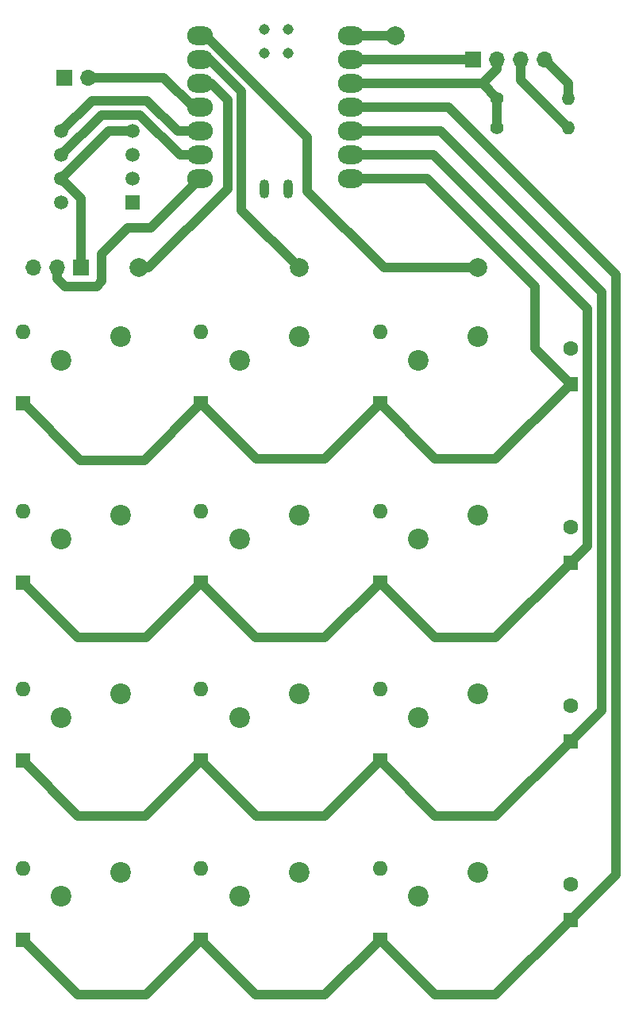
<source format=gbr>
%TF.GenerationSoftware,KiCad,Pcbnew,(6.0.5)*%
%TF.CreationDate,2022-08-13T18:51:57-04:00*%
%TF.ProjectId,Keypad_2Sides,4b657970-6164-45f3-9253-696465732e6b,rev?*%
%TF.SameCoordinates,Original*%
%TF.FileFunction,Copper,L1,Top*%
%TF.FilePolarity,Positive*%
%FSLAX46Y46*%
G04 Gerber Fmt 4.6, Leading zero omitted, Abs format (unit mm)*
G04 Created by KiCad (PCBNEW (6.0.5)) date 2022-08-13 18:51:57*
%MOMM*%
%LPD*%
G01*
G04 APERTURE LIST*
%TA.AperFunction,ComponentPad*%
%ADD10C,2.200000*%
%TD*%
%TA.AperFunction,SMDPad,CuDef*%
%ADD11O,2.748280X1.998980*%
%TD*%
%TA.AperFunction,SMDPad,CuDef*%
%ADD12O,1.016000X2.032000*%
%TD*%
%TA.AperFunction,SMDPad,CuDef*%
%ADD13C,1.143000*%
%TD*%
%TA.AperFunction,ComponentPad*%
%ADD14R,1.600000X1.600000*%
%TD*%
%TA.AperFunction,ComponentPad*%
%ADD15C,1.600000*%
%TD*%
%TA.AperFunction,ComponentPad*%
%ADD16O,1.600000X1.600000*%
%TD*%
%TA.AperFunction,ComponentPad*%
%ADD17C,1.400000*%
%TD*%
%TA.AperFunction,ComponentPad*%
%ADD18O,1.400000X1.400000*%
%TD*%
%TA.AperFunction,ComponentPad*%
%ADD19R,1.700000X1.700000*%
%TD*%
%TA.AperFunction,ComponentPad*%
%ADD20O,1.700000X1.700000*%
%TD*%
%TA.AperFunction,ComponentPad*%
%ADD21R,1.498600X1.498600*%
%TD*%
%TA.AperFunction,ComponentPad*%
%ADD22C,1.498600*%
%TD*%
%TA.AperFunction,ViaPad*%
%ADD23C,2.000000*%
%TD*%
%TA.AperFunction,Conductor*%
%ADD24C,1.000000*%
%TD*%
G04 APERTURE END LIST*
D10*
%TO.P,Col0_Row3,1,1*%
%TO.N,Net-(Col0_Row3-Pad1)*%
X26990000Y-125070000D03*
%TO.P,Col0_Row3,2,2*%
%TO.N,Col_0*%
X20640000Y-127610000D03*
%TD*%
%TO.P,Col2_Row1,1,1*%
%TO.N,Net-(Col2_Row1-Pad1)*%
X65090000Y-86970000D03*
%TO.P,Col2_Row1,2,2*%
%TO.N,Col_2*%
X58740000Y-89510000D03*
%TD*%
D11*
%TO.P,MCU1,1,PA02_A0_D0*%
%TO.N,Col_2*%
X35434230Y-35882180D03*
%TO.P,MCU1,2,PA4_A1_D1*%
%TO.N,Col_1*%
X35434230Y-38422180D03*
%TO.P,MCU1,3,PA10_A2_D2*%
%TO.N,Col_0*%
X35434230Y-40962180D03*
%TO.P,MCU1,4,PA11_A3_D3*%
%TO.N,Net-(MCU1-Pad4)*%
X35434230Y-43502180D03*
%TO.P,MCU1,5,PA8_A4_D4_SDA*%
%TO.N,SDA*%
X35434230Y-46042180D03*
%TO.P,MCU1,6,PA9_A5_D5_SCL*%
%TO.N,SCL*%
X35434230Y-48582180D03*
%TO.P,MCU1,7,PB08_A6_D6_TX*%
%TO.N,Net-(LED_Header1-Pad2)*%
X35434230Y-51122180D03*
%TO.P,MCU1,8,PB09_A7_D7_RX*%
%TO.N,Row_0*%
X51598790Y-51122180D03*
%TO.P,MCU1,9,PA7_A8_D8_SCK*%
%TO.N,Row_1*%
X51598790Y-48582180D03*
%TO.P,MCU1,10,PA5_A9_D9_MISO*%
%TO.N,Row_2*%
X51598790Y-46042180D03*
%TO.P,MCU1,11,PA6_A10_D10_MOSI*%
%TO.N,Row_3*%
X51598790Y-43502180D03*
%TO.P,MCU1,12,3V3*%
%TO.N,VCC*%
X51598790Y-40962180D03*
%TO.P,MCU1,13,GND*%
%TO.N,GND*%
X51598790Y-38422180D03*
%TO.P,MCU1,14,5V*%
%TO.N,Net-(LED_Header1-Pad3)*%
X51598790Y-35882180D03*
D12*
%TO.P,MCU1,15,5V*%
%TO.N,unconnected-(MCU1-Pad15)*%
X42301110Y-52200000D03*
%TO.P,MCU1,16,GND*%
%TO.N,unconnected-(MCU1-Pad16)*%
X44851110Y-52200000D03*
D13*
%TO.P,MCU1,17,PA31_SWDIO*%
%TO.N,unconnected-(MCU1-Pad17)*%
X42299913Y-35195813D03*
%TO.P,MCU1,18,PA30_SWCLK*%
%TO.N,unconnected-(MCU1-Pad18)*%
X44839913Y-35195813D03*
%TO.P,MCU1,19,RESET*%
%TO.N,unconnected-(MCU1-Pad19)*%
X42299913Y-37735813D03*
%TO.P,MCU1,20,GND*%
%TO.N,unconnected-(MCU1-Pad20)*%
X44839913Y-37735813D03*
%TD*%
D14*
%TO.P,C3,1*%
%TO.N,Row_2*%
X75005302Y-111100000D03*
D15*
%TO.P,C3,2*%
%TO.N,GND*%
X75005302Y-107300000D03*
%TD*%
D14*
%TO.P,D9,1,K*%
%TO.N,Row_0*%
X54650000Y-75080000D03*
D16*
%TO.P,D9,2,A*%
%TO.N,Net-(Col2_Row0-Pad1)*%
X54650000Y-67460000D03*
%TD*%
D10*
%TO.P,Col0_Row2,1,1*%
%TO.N,Net-(Col0_Row2-Pad1)*%
X26990040Y-106020000D03*
%TO.P,Col0_Row2,2,2*%
%TO.N,Col_0*%
X20640040Y-108560000D03*
%TD*%
D14*
%TO.P,D1,1,K*%
%TO.N,Row_0*%
X16550000Y-75080000D03*
D16*
%TO.P,D1,2,A*%
%TO.N,Net-(Col0_Row0-Pad1)*%
X16550000Y-67460000D03*
%TD*%
D10*
%TO.P,Col0_Row1,1,1*%
%TO.N,Net-(Col0_Row1-Pad1)*%
X26990000Y-86970000D03*
%TO.P,Col0_Row1,2,2*%
%TO.N,Col_0*%
X20640000Y-89510000D03*
%TD*%
D17*
%TO.P,R2,1*%
%TO.N,VCC*%
X67140000Y-45700000D03*
D18*
%TO.P,R2,2*%
%TO.N,SCL*%
X74760000Y-45700000D03*
%TD*%
D14*
%TO.P,D2,1,K*%
%TO.N,Row_1*%
X16550000Y-94180000D03*
D16*
%TO.P,D2,2,A*%
%TO.N,Net-(Col0_Row1-Pad1)*%
X16550000Y-86560000D03*
%TD*%
D14*
%TO.P,D12,1,K*%
%TO.N,Row_3*%
X54650000Y-132280000D03*
D16*
%TO.P,D12,2,A*%
%TO.N,Net-(Col2_Row3-Pad1)*%
X54650000Y-124660000D03*
%TD*%
D10*
%TO.P,Col1_Row2,1,1*%
%TO.N,Net-(Col1_Row2-Pad1)*%
X46040000Y-106020000D03*
%TO.P,Col1_Row2,2,2*%
%TO.N,Col_1*%
X39690000Y-108560000D03*
%TD*%
D14*
%TO.P,D6,1,K*%
%TO.N,Row_1*%
X35550000Y-94180000D03*
D16*
%TO.P,D6,2,A*%
%TO.N,Net-(Col1_Row1-Pad1)*%
X35550000Y-86560000D03*
%TD*%
D19*
%TO.P,LED_Header1,1,Pin_1*%
%TO.N,GND*%
X22740000Y-60600000D03*
D20*
%TO.P,LED_Header1,2,Pin_2*%
%TO.N,Net-(LED_Header1-Pad2)*%
X20200000Y-60600000D03*
%TO.P,LED_Header1,3,Pin_3*%
%TO.N,Net-(LED_Header1-Pad3)*%
X17660000Y-60600000D03*
%TD*%
D14*
%TO.P,C2,1*%
%TO.N,Row_1*%
X75005302Y-92050000D03*
D15*
%TO.P,C2,2*%
%TO.N,GND*%
X75005302Y-88250000D03*
%TD*%
D14*
%TO.P,D4,1,K*%
%TO.N,Row_3*%
X16550000Y-132280000D03*
D16*
%TO.P,D4,2,A*%
%TO.N,Net-(Col0_Row3-Pad1)*%
X16550000Y-124660000D03*
%TD*%
D10*
%TO.P,Col1_Row3,1,1*%
%TO.N,Net-(Col1_Row3-Pad1)*%
X46040000Y-125070000D03*
%TO.P,Col1_Row3,2,2*%
%TO.N,Col_1*%
X39690000Y-127610000D03*
%TD*%
D14*
%TO.P,D8,1,K*%
%TO.N,Row_3*%
X35550000Y-132280000D03*
D16*
%TO.P,D8,2,A*%
%TO.N,Net-(Col1_Row3-Pad1)*%
X35550000Y-124660000D03*
%TD*%
D10*
%TO.P,Col0_Row0,1,1*%
%TO.N,Net-(Col0_Row0-Pad1)*%
X26990000Y-67920000D03*
%TO.P,Col0_Row0,2,2*%
%TO.N,Col_0*%
X20640000Y-70460000D03*
%TD*%
D19*
%TO.P,USER_BTN1,1,1*%
%TO.N,GND*%
X21000000Y-40300000D03*
D20*
%TO.P,USER_BTN1,2,2*%
%TO.N,Net-(MCU1-Pad4)*%
X23540000Y-40300000D03*
%TD*%
D10*
%TO.P,Col2_Row0,1,1*%
%TO.N,Net-(Col2_Row0-Pad1)*%
X65090000Y-67920000D03*
%TO.P,Col2_Row0,2,2*%
%TO.N,Col_2*%
X58740000Y-70460000D03*
%TD*%
D21*
%TO.P,Memory1,1,NC*%
%TO.N,unconnected-(Memory1-Pad1)*%
X28300000Y-53662180D03*
D22*
%TO.P,Memory1,2,NC*%
%TO.N,unconnected-(Memory1-Pad2)*%
X28300000Y-51122180D03*
%TO.P,Memory1,3,NC*%
%TO.N,unconnected-(Memory1-Pad3)*%
X28300000Y-48582180D03*
%TO.P,Memory1,4,VSS*%
%TO.N,GND*%
X28300000Y-46042180D03*
%TO.P,Memory1,5,SDA*%
%TO.N,SDA*%
X20680000Y-46042180D03*
%TO.P,Memory1,6,SCL*%
%TO.N,SCL*%
X20680000Y-48582180D03*
%TO.P,Memory1,7,WP*%
%TO.N,GND*%
X20680000Y-51122180D03*
%TO.P,Memory1,8,VCC*%
%TO.N,VCC*%
X20680000Y-53662180D03*
%TD*%
D14*
%TO.P,C4,1*%
%TO.N,Row_3*%
X75005302Y-130150000D03*
D15*
%TO.P,C4,2*%
%TO.N,GND*%
X75005302Y-126350000D03*
%TD*%
D17*
%TO.P,R1,1*%
%TO.N,VCC*%
X67140000Y-42500000D03*
D18*
%TO.P,R1,2*%
%TO.N,SDA*%
X74760000Y-42500000D03*
%TD*%
D10*
%TO.P,Col1_Row0,1,1*%
%TO.N,Net-(Col1_Row0-Pad1)*%
X46040000Y-67920000D03*
%TO.P,Col1_Row0,2,2*%
%TO.N,Col_1*%
X39690000Y-70460000D03*
%TD*%
D14*
%TO.P,C1,1*%
%TO.N,Row_0*%
X75005302Y-73000000D03*
D15*
%TO.P,C1,2*%
%TO.N,GND*%
X75005302Y-69200000D03*
%TD*%
D14*
%TO.P,D5,1,K*%
%TO.N,Row_0*%
X35550000Y-75080000D03*
D16*
%TO.P,D5,2,A*%
%TO.N,Net-(Col1_Row0-Pad1)*%
X35550000Y-67460000D03*
%TD*%
D14*
%TO.P,D7,1,K*%
%TO.N,Row_2*%
X35550000Y-113180000D03*
D16*
%TO.P,D7,2,A*%
%TO.N,Net-(Col1_Row2-Pad1)*%
X35550000Y-105560000D03*
%TD*%
D10*
%TO.P,Col2_Row2,1,1*%
%TO.N,Net-(Col2_Row2-Pad1)*%
X65089960Y-106020000D03*
%TO.P,Col2_Row2,2,2*%
%TO.N,Col_2*%
X58739960Y-108560000D03*
%TD*%
%TO.P,Col1_Row1,1,1*%
%TO.N,Net-(Col1_Row1-Pad1)*%
X46040032Y-86970000D03*
%TO.P,Col1_Row1,2,2*%
%TO.N,Col_1*%
X39690032Y-89510000D03*
%TD*%
%TO.P,Col2_Row3,1,1*%
%TO.N,Net-(Col2_Row3-Pad1)*%
X65090000Y-125070000D03*
%TO.P,Col2_Row3,2,2*%
%TO.N,Col_2*%
X58740000Y-127610000D03*
%TD*%
D14*
%TO.P,D11,1,K*%
%TO.N,Row_2*%
X54650000Y-113180000D03*
D16*
%TO.P,D11,2,A*%
%TO.N,Net-(Col2_Row2-Pad1)*%
X54650000Y-105560000D03*
%TD*%
D14*
%TO.P,D3,1,K*%
%TO.N,Row_2*%
X16550000Y-113180000D03*
D16*
%TO.P,D3,2,A*%
%TO.N,Net-(Col0_Row2-Pad1)*%
X16550000Y-105560000D03*
%TD*%
D14*
%TO.P,D10,1,K*%
%TO.N,Row_1*%
X54650000Y-94180000D03*
D16*
%TO.P,D10,2,A*%
%TO.N,Net-(Col2_Row1-Pad1)*%
X54650000Y-86560000D03*
%TD*%
D19*
%TO.P,OLED_Header1,1,Pin_1*%
%TO.N,GND*%
X64600000Y-38422180D03*
D20*
%TO.P,OLED_Header1,2,Pin_2*%
%TO.N,VCC*%
X67140000Y-38422180D03*
%TO.P,OLED_Header1,3,Pin_3*%
%TO.N,SCL*%
X69680000Y-38422180D03*
%TO.P,OLED_Header1,4,Pin_4*%
%TO.N,SDA*%
X72220000Y-38422180D03*
%TD*%
D23*
%TO.N,Col_0*%
X28990000Y-60600000D03*
%TO.N,Col_1*%
X46040000Y-60600000D03*
%TO.N,Col_2*%
X65090000Y-60600000D03*
%TO.N,Net-(LED_Header1-Pad3)*%
X56300000Y-35882180D03*
%TD*%
D24*
%TO.N,Row_0*%
X71205791Y-62605791D02*
X71205791Y-69200489D01*
X41469521Y-80999521D02*
X48730479Y-80999521D01*
X35550000Y-75080000D02*
X41469521Y-80999521D01*
X54650000Y-75080000D02*
X60569521Y-80999521D01*
X59722180Y-51122180D02*
X51598790Y-51122180D01*
X29530000Y-81100000D02*
X35550000Y-75080000D01*
X16550000Y-74970000D02*
X22680000Y-81100000D01*
X48730479Y-80999521D02*
X54650000Y-75080000D01*
X60569521Y-80999521D02*
X67005781Y-80999521D01*
X22680000Y-81100000D02*
X29530000Y-81100000D01*
X71205791Y-69200489D02*
X75005302Y-73000000D01*
X71205791Y-62605791D02*
X59722180Y-51122180D01*
X67005781Y-80999521D02*
X75005302Y-73000000D01*
%TO.N,GND*%
X22740000Y-60600000D02*
X22740000Y-53182180D01*
X28300000Y-46042180D02*
X25760000Y-46042180D01*
X20680000Y-51122180D02*
X22740000Y-53182180D01*
X51598790Y-38422180D02*
X64600000Y-38422180D01*
X25760000Y-46042180D02*
X20680000Y-51122180D01*
%TO.N,Row_1*%
X76804813Y-65004813D02*
X76804813Y-90250489D01*
X51598790Y-48582180D02*
X60382180Y-48582180D01*
X41419521Y-100049521D02*
X48780479Y-100049521D01*
X16550000Y-94180000D02*
X22419521Y-100049521D01*
X67005781Y-100049521D02*
X75005302Y-92050000D01*
X60382180Y-48582180D02*
X76804813Y-65004813D01*
X54650000Y-94180000D02*
X60519521Y-100049521D01*
X35550000Y-94180000D02*
X41419521Y-100049521D01*
X60519521Y-100049521D02*
X67005781Y-100049521D01*
X29680479Y-100049521D02*
X35550000Y-94180000D01*
X76804813Y-90250489D02*
X75005302Y-92050000D01*
X22419521Y-100049521D02*
X29680479Y-100049521D01*
X48780479Y-100049521D02*
X54650000Y-94180000D01*
%TO.N,Row_2*%
X78304324Y-63204324D02*
X61142180Y-46042180D01*
X29630479Y-119099521D02*
X35550000Y-113180000D01*
X78304324Y-107800978D02*
X75005302Y-111100000D01*
X61142180Y-46042180D02*
X51598790Y-46042180D01*
X67005781Y-119099521D02*
X75005302Y-111100000D01*
X41469521Y-119099521D02*
X48730479Y-119099521D01*
X16550000Y-113180000D02*
X22469521Y-119099521D01*
X54650000Y-113180000D02*
X60569521Y-119099521D01*
X22469521Y-119099521D02*
X29630479Y-119099521D01*
X78304324Y-63204324D02*
X78304324Y-107800978D01*
X60569521Y-119099521D02*
X67005781Y-119099521D01*
X48730479Y-119099521D02*
X54650000Y-113180000D01*
X35550000Y-113180000D02*
X41469521Y-119099521D01*
%TO.N,Row_3*%
X54650000Y-132280000D02*
X60519521Y-138149521D01*
X35550000Y-132280000D02*
X41419521Y-138149521D01*
X62002180Y-43502180D02*
X79803834Y-61303834D01*
X79803834Y-61303834D02*
X79803834Y-125351468D01*
X48780479Y-138149521D02*
X54650000Y-132280000D01*
X16550000Y-132280000D02*
X22419521Y-138149521D01*
X51598790Y-43502180D02*
X62002180Y-43502180D01*
X29680479Y-138149521D02*
X35550000Y-132280000D01*
X67005781Y-138149521D02*
X75005302Y-130150000D01*
X79803834Y-125351468D02*
X75005302Y-130150000D01*
X22419521Y-138149521D02*
X29680479Y-138149521D01*
X41419521Y-138149521D02*
X48780479Y-138149521D01*
X60519521Y-138149521D02*
X67005781Y-138149521D01*
%TO.N,Col_0*%
X30000000Y-60600000D02*
X28990000Y-60600000D01*
X36662180Y-40962180D02*
X38400000Y-42700000D01*
X38400000Y-52200000D02*
X30000000Y-60600000D01*
X35434230Y-40962180D02*
X36662180Y-40962180D01*
X38400000Y-42700000D02*
X38400000Y-52200000D01*
%TO.N,Col_1*%
X36515279Y-38422180D02*
X35434230Y-38422180D01*
X46040000Y-60600000D02*
X39899510Y-54459510D01*
X39899510Y-41806411D02*
X36515279Y-38422180D01*
X39899510Y-54459510D02*
X39899510Y-41806411D01*
%TO.N,Col_2*%
X36095907Y-35882180D02*
X46900000Y-46686273D01*
X35434230Y-35882180D02*
X36095907Y-35882180D01*
X55100000Y-60600000D02*
X65090000Y-60600000D01*
X46900000Y-46686273D02*
X46900000Y-52400000D01*
X46900000Y-52400000D02*
X55100000Y-60600000D01*
%TO.N,VCC*%
X67140000Y-45700000D02*
X67140000Y-42500000D01*
X67140000Y-38422180D02*
X67140000Y-39424360D01*
X65602180Y-40962180D02*
X67140000Y-42500000D01*
X67140000Y-39424360D02*
X65602180Y-40962180D01*
X51598790Y-40962180D02*
X65602180Y-40962180D01*
%TO.N,SCL*%
X33313193Y-48582180D02*
X29024382Y-44293369D01*
X69680000Y-40620000D02*
X74760000Y-45700000D01*
X69680000Y-38422180D02*
X69680000Y-40620000D01*
X24968811Y-44293369D02*
X20680000Y-48582180D01*
X29024382Y-44293369D02*
X24968811Y-44293369D01*
X35434230Y-48582180D02*
X33313193Y-48582180D01*
%TO.N,SDA*%
X74760000Y-42500000D02*
X74760000Y-40962180D01*
X23928322Y-42793858D02*
X29811768Y-42793858D01*
X33060090Y-46042180D02*
X35434230Y-46042180D01*
X74760000Y-40962180D02*
X72220000Y-38422180D01*
X29811768Y-42793858D02*
X33060090Y-46042180D01*
X20680000Y-46042180D02*
X23928322Y-42793858D01*
%TO.N,Net-(MCU1-Pad4)*%
X23540000Y-40300000D02*
X31570373Y-40300000D01*
X31570373Y-40300000D02*
X34772553Y-43502180D01*
X34772553Y-43502180D02*
X35434230Y-43502180D01*
%TO.N,Net-(LED_Header1-Pad3)*%
X56300000Y-35882180D02*
X51598790Y-35882180D01*
%TO.N,Net-(LED_Header1-Pad2)*%
X24439022Y-62600000D02*
X21040978Y-62600000D01*
X25000000Y-59100000D02*
X25000000Y-62039022D01*
X21040978Y-62600000D02*
X20200000Y-61759022D01*
X30256410Y-56300000D02*
X27800000Y-56300000D01*
X27800000Y-56300000D02*
X25000000Y-59100000D01*
X35434230Y-51122180D02*
X30256410Y-56300000D01*
X20200000Y-61759022D02*
X20200000Y-60600000D01*
X25000000Y-62039022D02*
X24439022Y-62600000D01*
%TD*%
M02*

</source>
